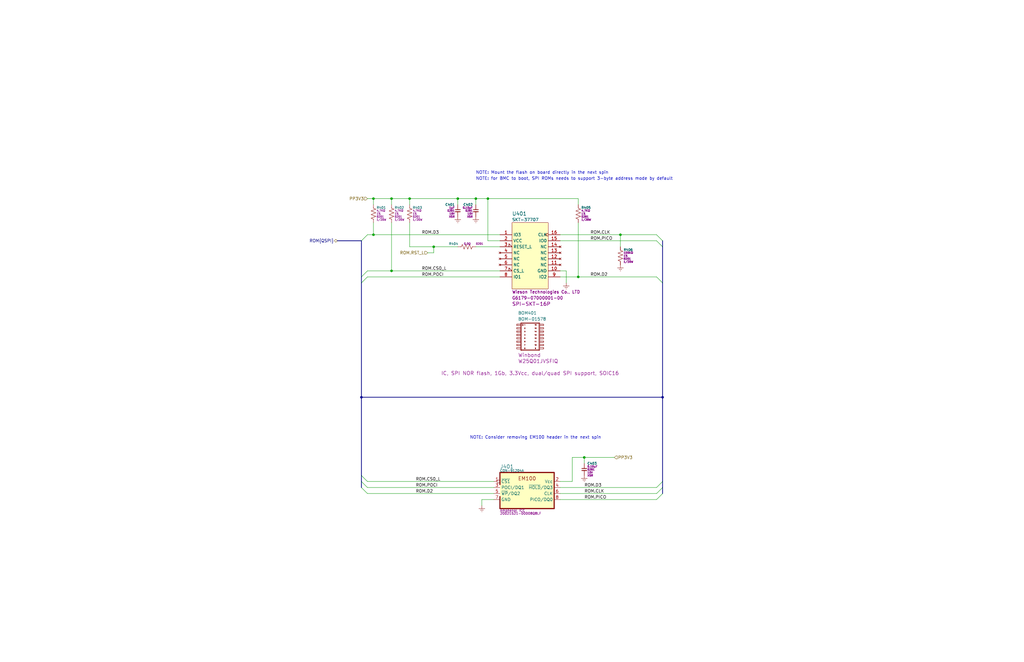
<source format=kicad_sch>
(kicad_sch (version 20231120) (generator "eeschema") (generator_version "8.0")
  (paper "B")
  (title_block (title "${PROJ}") (rev "${REV}") (company "${RPN}") (comment 1 "BMC FW ROM"))
  (lib_symbols
    (symbol "BOM items:BOM-01578" (pin_names (offset 1.016)) (exclude_from_sim yes) (on_board no)
      (property "Reference" "BOM" (at -5.08 10.16 0))
      (property "Value" "BOM-01578" (at -5.08 7.62 0))
      (property "mfr" "Winbond" (at -5.08 -7.62 0))
      (property "mpn" "W25Q01JVSFIQ" (at -5.08 -10.16 0))
      (property "des" "IC, SPI NOR flash, 1Gb, 3.3Vcc, dual/quad SPI support, SOIC16" (at 0 -15.24 0))
    )
    (symbol "Capacitors, ceramic, Murata:CCM-610AA" (pin_numbers hide) (pin_names (offset 0) hide)
      (property "Reference" "C" (at 1.27 2.54 0))
      (property "val" "0.10µF" (at 1.27 1.27 0))
      (property "pkg" "0201" (at 1.27 0 0))
      (property "volt" "10V" (at 1.27 -1.27 0))
      (property "type" "X5R" (at 1.27 -2.54 0))
      (symbol "CCM-610AA_1_1"
        (pin passive line (at 0 2.54 270) (length 2.032) (name "~") (number "1"))
        (pin passive line (at 0 -2.54 90) (length 2.032) (name "~") (number "2"))
      )
    )
    (symbol "Capacitors, ceramic, Murata:CCM-710AD" (pin_numbers hide) (pin_names (offset 0) hide)
      (property "Reference" "C" (at 1.27 2.54 0))
      (property "val" "1µF" (at 1.27 1.27 0))
      (property "pkg" "0201" (at 1.27 0 0))
      (property "volt" "10V" (at 1.27 -1.27 0))
      (property "type" "X5R" (at 1.27 -2.54 0))
      (symbol "CCM-710AD_1_1"
        (pin passive line (at 0 2.54 270) (length 2.032) (name "~") (number "1"))
        (pin passive line (at 0 -2.54 90) (length 2.032) (name "~") (number "2"))
      )
    )
    (symbol "Connectors:CON-91204A"
      (property "Reference" "J" (at -11.43 9.23 0))
      (property "Value" "CON-91204A" (at -11.43 7.83 0))
      (property "mfr" "Amphenol ICC" (at -11.43 -7.83 0))
      (property "mpn" "20021521-00008Q8LF" (at -11.43 -9.09 0))
      (symbol "CON-91204A_1_1"
        (text "EM100" (at 0 5.08 0) (effects (font (size 1.524 1.524))))
        (pin bidirectional inverted (at -13.97 3.81 0) (length 2.54) (name "~{CS1}") (number "1"))
        (pin power_in line (at 13.97 3.81 180) (length 2.54) (name "Vcc") (number "2"))
        (pin bidirectional line (at -13.97 1.27 0) (length 2.54) (name "POCI/DQ1") (number "3"))
        (pin bidirectional line (at 13.97 1.27 180) (length 2.54) (name "~{HOLD}/DQ3") (number "4"))
        (pin bidirectional line (at -13.97 -1.27 0) (length 2.54) (name "~{WP}/DQ2") (number "5"))
        (pin bidirectional line (at 13.97 -1.27 180) (length 2.54) (name "CLK") (number "6"))
        (pin power_in line (at -13.97 -3.81 0) (length 2.54) (name "GND") (number "7"))
        (pin bidirectional line (at 13.97 -3.81 180) (length 2.54) (name "PICO/DQ0") (number "8"))
      )
    )
    (symbol "Connectors:SKT-37707"
      (property "Reference" "J" (at -7.62 15.24 0))
      (property "Value" "SKT-37707" (at 7.62 15.24 0))
      (property "mfr" "Wieson Technologies Co., LTD" (at -7.62 -15.24 0))
      (property "mpn" "G6179-07000001-00" (at -7.62 -17.78 0))
      (property "pkg" "SPI-SKT-16P" (at -7.62 -20.32 0))
      (symbol "SKT-37707_1_1"
        (pin bidirectional line (at -12.7 8.89 0) (length 5.08) (name "IO3") (number "1"))
        (pin power_in line (at 12.7 -6.35 180) (length 5.08) (name "GND") (number "10"))
        (pin no_connect line (at 12.7 -3.81 180) (length 5.08) (name "NC") (number "11"))
        (pin no_connect line (at 12.7 -1.27 180) (length 5.08) (name "NC") (number "12"))
        (pin no_connect line (at 12.7 1.27 180) (length 5.08) (name "NC") (number "13"))
        (pin no_connect line (at 12.7 3.81 180) (length 5.08) (name "NC") (number "14"))
        (pin bidirectional line (at 12.7 6.35 180) (length 5.08) (name "IO0") (number "15"))
        (pin input clock (at 12.7 8.89 180) (length 5.08) (name "CLK") (number "16"))
        (pin power_in line (at -12.7 6.35 0) (length 5.08) (name "VCC") (number "2"))
        (pin input input_low (at -12.7 3.81 0) (length 5.08) (name "RESET_L") (number "3"))
        (pin no_connect line (at -12.7 1.27 0) (length 5.08) (name "NC") (number "4"))
        (pin no_connect line (at -12.7 -1.27 0) (length 5.08) (name "NC") (number "5"))
        (pin no_connect line (at -12.7 -3.81 0) (length 5.08) (name "NC") (number "6"))
        (pin input input_low (at -12.7 -6.35 0) (length 5.08) (name "CS_L") (number "7"))
        (pin bidirectional line (at -12.7 -8.89 0) (length 5.08) (name "IO1") (number "8"))
        (pin bidirectional line (at 12.7 -8.89 180) (length 5.08) (name "IO2") (number "9"))
      )
    )
    (symbol "Power:GND" (power) (pin_names (offset 0)) (in_bom no) (on_board no)
      (symbol "GND_1_1"
        (pin power_in line (at 0 0 270) (length 0) hide (name "GND") (number "1"))
      )
    )
    (symbol "Resistors:RES-0000A" (pin_numbers hide) (pin_names (offset 0) hide)
      (property "Reference" "R" (at 1.27 2.54 0))
      (property "val" "0.0Ω" (at 1.27 1.27 0))
      (property "tol" "<50mΩ" (at 1.27 0 0))
      (property "pkg" "0201" (at 1.27 -1.27 0))
      (property "pwr" "0.5A" (at 1.27 -2.54 0))
      (symbol "RES-0000A_1_1"
        (pin passive line (at 0 3.81 270) (length 1.27) (name "~") (number "1"))
        (pin passive line (at 0 -3.81 90) (length 1.27) (name "~") (number "2"))
      )
    )
    (symbol "Resistors:RES-4470A" (pin_numbers hide) (pin_names (offset 0) hide)
      (property "Reference" "R" (at 1.27 2.54 0))
      (property "val" "4.7KΩ" (at 1.27 1.27 0))
      (property "tol" "1%" (at 1.27 0 0))
      (property "pkg" "0201" (at 1.27 -1.27 0))
      (property "pwr" "1/20W" (at 1.27 -2.54 0))
      (symbol "RES-4470A_1_1"
        (pin passive line (at 0 3.81 270) (length 1.27) (name "~") (number "1"))
        (pin passive line (at 0 -3.81 90) (length 1.27) (name "~") (number "2"))
      )
    )
    (symbol "Resistors:RES-6100A" (pin_numbers hide) (pin_names (offset 0) hide)
      (property "Reference" "R" (at 1.27 2.54 0))
      (property "val" "100KΩ" (at 1.27 1.27 0))
      (property "tol" "1%" (at 1.27 0 0))
      (property "pkg" "0201" (at 1.27 -1.27 0))
      (property "pwr" "1/20W" (at 1.27 -2.54 0))
      (symbol "RES-6100A_1_1"
        (pin passive line (at 0 3.81 270) (length 1.27) (name "~") (number "1"))
        (pin passive line (at 0 -3.81 90) (length 1.27) (name "~") (number "2"))
      )
    )
  )
  (junction (at 165.1 83.82))
  (junction (at 200.66 83.82))
  (junction (at 157.48 99.06))
  (junction (at 152.4 167.64))
  (junction (at 193.04 83.82))
  (junction (at 205.74 83.82))
  (junction (at 279.4 167.64))
  (junction (at 165.1 114.3))
  (junction (at 243.84 116.84))
  (junction (at 261.62 99.06))
  (junction (at 182.88 104.14))
  (junction (at 157.48 83.82))
  (junction (at 172.72 83.82))
  (junction (at 246.38 193.04))
  (bus_entry (at 152.4 203.2) (size 2.54 2.54))
  (bus_entry (at 276.86 99.06) (size 2.54 2.54))
  (bus_entry (at 276.86 101.6) (size 2.54 2.54))
  (bus_entry (at 279.4 205.74) (size -2.54 2.54))
  (bus_entry (at 279.4 208.28) (size -2.54 2.54))
  (bus_entry (at 154.94 99.06) (size -2.54 2.54))
  (bus_entry (at 154.94 114.3) (size -2.54 2.54))
  (bus_entry (at 152.4 200.66) (size 2.54 2.54))
  (bus_entry (at 154.94 116.84) (size -2.54 2.54))
  (bus_entry (at 152.4 205.74) (size 2.54 2.54))
  (bus_entry (at 279.4 203.2) (size -2.54 2.54))
  (bus_entry (at 276.86 116.84) (size 2.54 2.54))
  (wire (pts (xy 154.94 203.2) (xy 208.28 203.2)))
  (wire (pts (xy 200.66 83.82) (xy 205.74 83.82)))
  (bus (pts (xy 152.4 119.38) (xy 152.4 167.64)))
  (wire (pts (xy 154.94 208.28) (xy 208.28 208.28)))
  (wire (pts (xy 165.1 114.3) (xy 210.82 114.3)))
  (wire (pts (xy 165.1 83.82) (xy 172.72 83.82)))
  (wire (pts (xy 154.94 99.06) (xy 157.48 99.06)))
  (wire (pts (xy 193.04 83.82) (xy 193.04 86.36)))
  (wire (pts (xy 182.88 104.14) (xy 182.88 106.68)))
  (wire (pts (xy 157.48 83.82) (xy 165.1 83.82)))
  (bus (pts (xy 152.4 101.6) (xy 152.4 116.84)))
  (wire (pts (xy 165.1 83.82) (xy 165.1 86.36)))
  (wire (pts (xy 205.74 83.82) (xy 205.74 101.6)))
  (wire (pts (xy 236.22 203.2) (xy 241.3 203.2)))
  (wire (pts (xy 182.88 104.14) (xy 193.04 104.14)))
  (bus (pts (xy 279.4 104.14) (xy 279.4 119.38)))
  (wire (pts (xy 241.3 193.04) (xy 241.3 203.2)))
  (wire (pts (xy 172.72 83.82) (xy 172.72 86.36)))
  (bus (pts (xy 152.4 167.64) (xy 279.4 167.64)))
  (bus (pts (xy 279.4 205.74) (xy 279.4 208.28)))
  (bus (pts (xy 152.4 116.84) (xy 152.4 119.38)))
  (wire (pts (xy 205.74 83.82) (xy 243.84 83.82)))
  (wire (pts (xy 157.48 83.82) (xy 157.48 86.36)))
  (wire (pts (xy 157.48 99.06) (xy 210.82 99.06)))
  (bus (pts (xy 152.4 167.64) (xy 152.4 200.66)))
  (wire (pts (xy 236.22 208.28) (xy 276.86 208.28)))
  (bus (pts (xy 279.4 203.2) (xy 279.4 205.74)))
  (wire (pts (xy 205.74 101.6) (xy 210.82 101.6)))
  (wire (pts (xy 246.38 193.04) (xy 246.38 195.58)))
  (wire (pts (xy 154.94 114.3) (xy 165.1 114.3)))
  (wire (pts (xy 200.66 104.14) (xy 210.82 104.14)))
  (wire (pts (xy 154.94 205.74) (xy 208.28 205.74)))
  (wire (pts (xy 243.84 116.84) (xy 276.86 116.84)))
  (bus (pts (xy 152.4 203.2) (xy 152.4 205.74)))
  (wire (pts (xy 261.62 99.06) (xy 276.86 99.06)))
  (wire (pts (xy 165.1 93.98) (xy 165.1 114.3)))
  (wire (pts (xy 246.38 193.04) (xy 259.08 193.04)))
  (bus (pts (xy 152.4 200.66) (xy 152.4 203.2)))
  (wire (pts (xy 193.04 83.82) (xy 200.66 83.82)))
  (wire (pts (xy 236.22 99.06) (xy 261.62 99.06)))
  (wire (pts (xy 236.22 116.84) (xy 243.84 116.84)))
  (wire (pts (xy 200.66 83.82) (xy 200.66 86.36)))
  (wire (pts (xy 243.84 93.98) (xy 243.84 116.84)))
  (wire (pts (xy 180.34 106.68) (xy 182.88 106.68)))
  (wire (pts (xy 261.62 99.06) (xy 261.62 104.14)))
  (bus (pts (xy 279.4 167.64) (xy 279.4 203.2)))
  (wire (pts (xy 172.72 104.14) (xy 182.88 104.14)))
  (bus (pts (xy 279.4 119.38) (xy 279.4 167.64)))
  (wire (pts (xy 236.22 210.82) (xy 276.86 210.82)))
  (wire (pts (xy 203.2 210.82) (xy 208.28 210.82)))
  (wire (pts (xy 236.22 101.6) (xy 276.86 101.6)))
  (wire (pts (xy 172.72 93.98) (xy 172.72 104.14)))
  (wire (pts (xy 203.2 210.82) (xy 203.2 213.36)))
  (bus (pts (xy 279.4 101.6) (xy 279.4 104.14)))
  (wire (pts (xy 241.3 193.04) (xy 246.38 193.04)))
  (wire (pts (xy 236.22 205.74) (xy 276.86 205.74)))
  (wire (pts (xy 157.48 93.98) (xy 157.48 99.06)))
  (wire (pts (xy 154.94 83.82) (xy 157.48 83.82)))
  (wire (pts (xy 154.94 116.84) (xy 210.82 116.84)))
  (bus (pts (xy 142.24 101.6) (xy 152.4 101.6)))
  (wire (pts (xy 243.84 83.82) (xy 243.84 86.36)))
  (wire (pts (xy 172.72 83.82) (xy 193.04 83.82)))
  (wire (pts (xy 236.22 114.3) (xy 238.76 114.3)))
  (wire (pts (xy 238.76 114.3) (xy 238.76 119.38)))
  (text "NOTE: for BMC to boot, SPI ROMs needs to support 3-byte address mode by default" (at 200.66 76.2 0) (effects (font (size 1.27 1.27)) (justify left bottom)))
  (text "NOTE: Consider removing EM100 header in the next spin" (at 198.12 185.42 0) (effects (font (size 1.27 1.27)) (justify left bottom)))
  (text "NOTE: Mount the flash on board directly in the next spin" (at 200.66 73.66 0) (effects (font (size 1.27 1.27)) (justify left bottom)))
  (label "ROM.POCI" (at 175.26 205.74 0))
  (label "ROM.D2" (at 248.92 116.84 0))
  (label "ROM.D2" (at 175.26 208.28 0))
  (label "ROM.PICO" (at 248.92 101.6 0))
  (label "ROM.POCI" (at 177.8 116.84 0))
  (label "ROM.CLK" (at 246.38 208.28 0))
  (label "ROM.D3" (at 177.8 99.06 0))
  (label "ROM.CS0_L" (at 177.8 114.3 0))
  (label "ROM.PICO" (at 246.38 210.82 0))
  (label "ROM.CLK" (at 248.92 99.06 0))
  (label "ROM.D3" (at 246.38 205.74 0))
  (label "ROM.CS0_L" (at 175.26 203.2 0))
  (hierarchical_label "PP3V3" (shape input) (at 259.08 193.04 0))
  (hierarchical_label "ROM{QSPI}" (shape bidirectional) (at 142.24 101.6 180))
  (hierarchical_label "PP3V3" (shape input) (at 154.94 83.82 180))
  (hierarchical_label "ROM.RST_L" (shape input) (at 180.34 106.68 180))
  (symbol (lib_id "Resistors:RES-4470A") (at 243.84 90.17 0) (unit 1)
    (property "Reference" "R405" (at 245.11 87.63 0) (effects (font (size 1 1)) (justify left)))
    (property "Value" "RES-4470A" (effects (hide yes)))
    (property "Description" "RES, 4.7KΩ, 1%, 0201, 1/20W, <50V, 0.26mm" (effects (hide yes)))
    (property "val" "4.7KΩ" (at 245.11 88.9 0) (effects (font (size 0.8 0.8)) (justify left)))
    (property "tol" "1%" (at 245.11 90.17 0) (effects (font (size 0.8 0.8)) (justify left)))
    (property "Sim.Device" "R" (effects (hide yes)))
    (property "pkg" "0201" (at 245.11 91.44 0) (effects (font (size 0.8 0.8)) (justify left)))
    (property "Sim.Pins" "1=+ 2=-" (effects (hide yes)))
    (property "pwr" "1/20W" (at 245.11 92.71 0) (effects (font (size 0.8 0.8)) (justify left)))
    (property "Sim.Params" "r=\"${val}\"" (effects (hide yes)))
    (property "height" "0.26mm" (effects (hide yes)))
  )
  (symbol (lib_id "Resistors:RES-4470A") (at 165.1 90.17 0) (unit 1)
    (property "Reference" "R402" (at 166.37 87.63 0) (effects (font (size 1 1)) (justify left)))
    (property "Value" "RES-4470A" (effects (hide yes)))
    (property "Description" "RES, 4.7KΩ, 1%, 0201, 1/20W, <50V, 0.26mm" (effects (hide yes)))
    (property "val" "4.7KΩ" (at 166.37 88.9 0) (effects (font (size 0.8 0.8)) (justify left)))
    (property "tol" "1%" (at 166.37 90.17 0) (effects (font (size 0.8 0.8)) (justify left)))
    (property "Sim.Device" "R" (effects (hide yes)))
    (property "pkg" "0201" (at 166.37 91.44 0) (effects (font (size 0.8 0.8)) (justify left)))
    (property "Sim.Pins" "1=+ 2=-" (effects (hide yes)))
    (property "pwr" "1/20W" (at 166.37 92.71 0) (effects (font (size 0.8 0.8)) (justify left)))
    (property "Sim.Params" "r=\"${val}\"" (effects (hide yes)))
    (property "height" "0.26mm" (effects (hide yes)))
  )
  (symbol (lib_id "Capacitors, ceramic, Murata:CCM-610AA") (at 246.38 198.12 0) (unit 1)
    (property "Reference" "C403" (at 247.65 195.58 0) (effects (font (size 1 1)) (justify left)))
    (property "Value" "CCM-610AA" (effects (hide yes)))
    (property "Description" "CAP, ceramic, 0.10µF, 0201, 10V, ±20%, X5R, 0.33 mm" (effects (hide yes)))
    (property "val" "0.10µF" (at 247.65 196.85 0) (effects (font (size 0.8 0.8)) (justify left)))
    (property "pkg" "0201" (at 247.65 198.12 0) (effects (font (size 0.8 0.8)) (justify left)))
    (property "mfr" "Murata" (effects (hide yes)))
    (property "Sim.Pins" "1=+ 2=-" (effects (hide yes)))
    (property "volt" "10V" (at 247.65 199.39 0) (effects (font (size 0.8 0.8)) (justify left)))
    (property "Sim.Device" "C" (effects (hide yes)))
    (property "type" "X5R" (at 247.65 200.66 0) (effects (font (size 0.8 0.8)) (justify left)))
    (property "Sim.Params" "c=${val}" (effects (hide yes)))
    (property "tol" "±20%" (effects (hide yes)))
    (property "height" "0.33mm" (effects (hide yes)))
    (property "mpn" "GRM033R61A104ME15" (effects (hide yes)))
  )
  (symbol (lib_id "Power:GND") (at 193.04 91.44 0) (unit 1) (in_bom no) (on_board no)
    (property "Reference" "#PWR0401" (effects (hide yes)))
    (property "Value" "GND" (effects (hide yes)))
    (property "Description" "Power symbol creates a global label with name \"GND\"" (effects (hide yes)))
  )
  (symbol (lib_id "Power:GND") (at 261.62 111.76 0) (unit 1) (in_bom no) (on_board no)
    (property "Reference" "#PWR0406" (effects (hide yes)))
    (property "Value" "GND" (effects (hide yes)))
    (property "Description" "Power symbol creates a global label with name \"GND\"" (effects (hide yes)))
  )
  (symbol (lib_id "BOM items:BOM-01578") (at 223.52 142.24 0) (unit 1) (exclude_from_sim yes) (on_board no)
    (property "Reference" "BOM401" (at 218.44 132.08 0) (effects (justify left)))
    (property "Value" "BOM-01578" (at 218.44 134.62 0) (effects (justify left)))
    (property "Description" "IC, SPI NOR flash, 1Gb, 3.3Vcc, dual/quad SPI support, SOIC16" (effects (hide yes)))
    (property "mfr" "Winbond" (at 218.44 149.86 0) (effects (font (size 1.524 1.524)) (justify left)))
    (property "mpn" "W25Q01JVSFIQ" (at 218.44 152.4 0) (effects (font (size 1.524 1.524)) (justify left)))
    (property "des" "IC, SPI NOR flash, 1Gb, 3.3Vcc, dual/quad SPI support, SOIC16" (at 223.52 157.48 0) (effects (font (size 1.524 1.524))))
  )
  (symbol (lib_id "Resistors:RES-4470A") (at 157.48 90.17 0) (unit 1)
    (property "Reference" "R401" (at 158.75 87.63 0) (effects (font (size 1 1)) (justify left)))
    (property "Value" "RES-4470A" (effects (hide yes)))
    (property "Description" "RES, 4.7KΩ, 1%, 0201, 1/20W, <50V, 0.26mm" (effects (hide yes)))
    (property "val" "4.7KΩ" (at 158.75 88.9 0) (effects (font (size 0.8 0.8)) (justify left)))
    (property "tol" "1%" (at 158.75 90.17 0) (effects (font (size 0.8 0.8)) (justify left)))
    (property "Sim.Device" "R" (effects (hide yes)))
    (property "pkg" "0201" (at 158.75 91.44 0) (effects (font (size 0.8 0.8)) (justify left)))
    (property "Sim.Pins" "1=+ 2=-" (effects (hide yes)))
    (property "pwr" "1/20W" (at 158.75 92.71 0) (effects (font (size 0.8 0.8)) (justify left)))
    (property "Sim.Params" "r=\"${val}\"" (effects (hide yes)))
    (property "height" "0.26mm" (effects (hide yes)))
  )
  (symbol (lib_id "Power:GND") (at 200.66 91.44 0) (unit 1) (in_bom no) (on_board no)
    (property "Reference" "#PWR0402" (effects (hide yes)))
    (property "Value" "GND" (effects (hide yes)))
    (property "Description" "Power symbol creates a global label with name \"GND\"" (effects (hide yes)))
  )
  (symbol (lib_id "Resistors:RES-6100A") (at 261.62 107.95 0) (unit 1)
    (property "Reference" "R406" (at 262.89 105.41 0) (effects (font (size 1 1)) (justify left)))
    (property "Value" "RES-6100A" (effects (hide yes)))
    (property "Description" "RES, 100KΩ, 1%, 0201, 1/20W, <50V, 0.26mm" (effects (hide yes)))
    (property "val" "100KΩ" (at 262.89 106.68 0) (effects (font (size 0.8 0.8)) (justify left)))
    (property "tol" "1%" (at 262.89 107.95 0) (effects (font (size 0.8 0.8)) (justify left)))
    (property "Sim.Device" "R" (effects (hide yes)))
    (property "pkg" "0201" (at 262.89 109.22 0) (effects (font (size 0.8 0.8)) (justify left)))
    (property "Sim.Pins" "1=+ 2=-" (effects (hide yes)))
    (property "pwr" "1/20W" (at 262.89 110.49 0) (effects (font (size 0.8 0.8)) (justify left)))
    (property "Sim.Params" "r=\"${val}\"" (effects (hide yes)))
    (property "height" "0.26mm" (effects (hide yes)))
  )
  (symbol (lib_id "Power:GND") (at 203.2 213.36 0) (unit 1) (in_bom no) (on_board no)
    (property "Reference" "#PWR0403" (effects (hide yes)))
    (property "Value" "GND" (effects (hide yes)))
    (property "Description" "Power symbol creates a global label with name \"GND\"" (effects (hide yes)))
  )
  (symbol (lib_id "Connectors:SKT-37707") (at 223.52 107.95 0) (unit 1)
    (property "Reference" "U401" (at 215.9 90.17 0) (effects (font (size 1.524 1.524)) (justify left)))
    (property "Value" "SKT-37707" (at 215.9 92.71 0) (effects (justify left)))
    (property "Description" "SKT, SOIC 300-mil SPI flash, 16-pin, 1.27mm pitch, 15.1mm x 12.35mm x 5.90mm" (effects (hide yes)))
    (property "mfr" "Wieson Technologies Co., LTD" (at 215.9 123.19 0) (effects (justify left)))
    (property "mpn" "G6179-07000001-00" (at 215.9 125.73 0) (effects (justify left)))
    (property "pkg" "SPI-SKT-16P" (at 215.9 128.27 0) (effects (font (size 1.524 1.524)) (justify left)))
    (property "height" "5.90mm" (effects (hide yes)))
  )
  (symbol (lib_id "Resistors:RES-0000A") (at 196.85 104.14 90) (unit 1)
    (property "Reference" "R404" (at 189.23 102.87 90) (effects (font (size 1 1)) (justify right)))
    (property "Value" "RES-0000A" (effects (hide yes)))
    (property "Description" "RES, 0.0Ω, <50mΩ, 0201, 0.5A, <1A, 0.26mm" (effects (hide yes)))
    (property "val" "0.0Ω" (at 195.58 102.87 90) (effects (font (size 0.8 0.8)) (justify right)))
    (property "tol" "<50mΩ" (effects (hide yes)))
    (property "Sim.Device" "R" (effects (hide yes)))
    (property "pkg" "0201" (at 200.66 102.87 90) (effects (font (size 0.8 0.8)) (justify right)))
    (property "Sim.Pins" "1=+ 2=-" (effects (hide yes)))
    (property "pwr" "0.5A" (effects (hide yes)))
    (property "Sim.Params" "r=\"${val}\"" (effects (hide yes)))
    (property "height" "0.26mm" (effects (hide yes)))
  )
  (symbol (lib_id "Capacitors, ceramic, Murata:CCM-710AD") (at 193.04 88.9 0) (mirror y) (unit 1)
    (property "Reference" "C401" (at 191.77 86.36 0) (effects (font (size 1 1)) (justify left)))
    (property "Value" "CCM-710AD" (effects (hide yes)))
    (property "Description" "CAP, ceramic, 1µF, 0201, 10V, ±20%, X5R, 0.39 mm" (effects (hide yes)))
    (property "val" "1µF" (at 191.77 87.63 0) (effects (font (size 0.8 0.8)) (justify left)))
    (property "pkg" "0201" (at 191.77 88.9 0) (effects (font (size 0.8 0.8)) (justify left)))
    (property "mfr" "Murata" (effects (hide yes)))
    (property "volt" "10V" (at 191.77 90.17 0) (effects (font (size 0.8 0.8)) (justify left)))
    (property "Sim.Pins" "1=+ 2=-" (effects (hide yes)))
    (property "Sim.Device" "C" (effects (hide yes)))
    (property "type" "X5R" (at 191.77 91.44 0) (effects (font (size 0.8 0.8)) (justify left)))
    (property "Sim.Params" "c=${val}" (effects (hide yes)))
    (property "tol" "±20%" (effects (hide yes)))
    (property "height" "0.39mm" (effects (hide yes)))
    (property "mpn" "GRM033R61A105ME15" (effects (hide yes)))
  )
  (symbol (lib_id "Power:GND") (at 246.38 200.66 0) (mirror y) (unit 1) (in_bom no) (on_board no)
    (property "Reference" "#PWR0405" (effects (hide yes)))
    (property "Value" "GND" (effects (hide yes)))
    (property "Description" "Power symbol creates a global label with name \"GND\"" (effects (hide yes)))
  )
  (symbol (lib_id "Capacitors, ceramic, Murata:CCM-610AA") (at 200.66 88.9 0) (mirror y) (unit 1)
    (property "Reference" "C402" (at 199.39 86.36 0) (effects (font (size 1 1)) (justify left)))
    (property "Value" "CCM-610AA" (effects (hide yes)))
    (property "Description" "CAP, ceramic, 0.10µF, 0201, 10V, ±20%, X5R, 0.33 mm" (effects (hide yes)))
    (property "val" "0.10µF" (at 199.39 87.63 0) (effects (font (size 0.8 0.8)) (justify left)))
    (property "pkg" "0201" (at 199.39 88.9 0) (effects (font (size 0.8 0.8)) (justify left)))
    (property "mfr" "Murata" (effects (hide yes)))
    (property "volt" "10V" (at 199.39 90.17 0) (effects (font (size 0.8 0.8)) (justify left)))
    (property "Sim.Pins" "1=+ 2=-" (effects (hide yes)))
    (property "Sim.Device" "C" (effects (hide yes)))
    (property "type" "X5R" (at 199.39 91.44 0) (effects (font (size 0.8 0.8)) (justify left)))
    (property "Sim.Params" "c=${val}" (effects (hide yes)))
    (property "tol" "±20%" (effects (hide yes)))
    (property "height" "0.33mm" (effects (hide yes)))
    (property "mpn" "GRM033R61A104ME15" (effects (hide yes)))
  )
  (symbol (lib_id "Power:GND") (at 238.76 119.38 0) (unit 1) (in_bom no) (on_board no)
    (property "Reference" "#PWR0404" (effects (hide yes)))
    (property "Value" "GND" (effects (hide yes)))
    (property "Description" "Power symbol creates a global label with name \"GND\"" (effects (hide yes)))
  )
  (symbol (lib_id "Resistors:RES-4470A") (at 172.72 90.17 0) (unit 1)
    (property "Reference" "R403" (at 173.99 87.63 0) (effects (font (size 1 1)) (justify left)))
    (property "Value" "RES-4470A" (effects (hide yes)))
    (property "Description" "RES, 4.7KΩ, 1%, 0201, 1/20W, <50V, 0.26mm" (effects (hide yes)))
    (property "val" "4.7KΩ" (at 173.99 88.9 0) (effects (font (size 0.8 0.8)) (justify left)))
    (property "tol" "1%" (at 173.99 90.17 0) (effects (font (size 0.8 0.8)) (justify left)))
    (property "Sim.Device" "R" (effects (hide yes)))
    (property "pkg" "0201" (at 173.99 91.44 0) (effects (font (size 0.8 0.8)) (justify left)))
    (property "Sim.Pins" "1=+ 2=-" (effects (hide yes)))
    (property "pwr" "1/20W" (at 173.99 92.71 0) (effects (font (size 0.8 0.8)) (justify left)))
    (property "Sim.Params" "r=\"${val}\"" (effects (hide yes)))
    (property "height" "0.26mm" (effects (hide yes)))
  )
  (symbol (lib_id "Connectors:CON-91204A") (at 222.25 207.01 0) (unit 1)
    (property "Reference" "J401" (at 210.82 197.78 0) (effects (font (size 1.54 1.54)) (justify left bottom)))
    (property "Value" "CON-91204A" (at 210.82 199.18 0) (effects (font (size 1 1)) (justify left bottom)))
    (property "Datasheet" "https://cdn.amphenol-cs.com/media/wysiwyg/files/drawing/20021521.pdf" (effects (hide yes)))
    (property "Description" "CON, 4x2, 0.05\", Shrouded, EM100, SMT" (effects (hide yes)))
    (property "height" "5.85mm" (effects (hide yes)))
    (property "mfr" "Amphenol ICC" (at 210.82 214.84 0) (effects (font (size 1 1)) (justify left top)))
    (property "mpn" "20021521-00008Q8LF" (at 210.82 216.1 0) (effects (font (size 1 1)) (justify left top)))
    (property "mfr2" "JILN" (effects (hide yes)))
    (property "mpn2" "3230-08-M-G0-C-B-K00-P-01" (effects (hide yes)))
    (property "mfr3" "Samtec Inc" (effects (hide yes)))
    (property "mpn3" "ASP-215440-01" (effects (hide yes)))
  )
)
</source>
